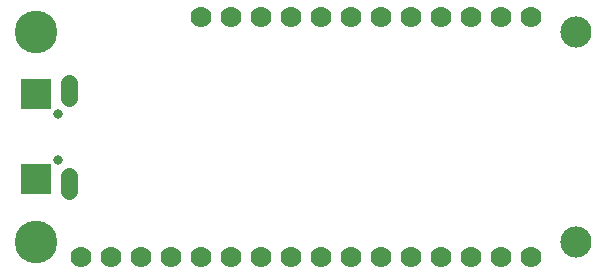
<source format=gbr>
G04 EAGLE Gerber RS-274X export*
G75*
%MOMM*%
%FSLAX34Y34*%
%LPD*%
%INSoldermask Bottom*%
%IPPOS*%
%AMOC8*
5,1,8,0,0,1.08239X$1,22.5*%
G01*
%ADD10C,2.641600*%
%ADD11C,3.617600*%
%ADD12C,0.801600*%
%ADD13R,2.601600X2.601600*%
%ADD14C,1.409600*%
%ADD15C,1.778000*%


D10*
X482600Y203200D03*
X482600Y25400D03*
D11*
X25400Y203200D03*
X25400Y25400D03*
D12*
X44450Y133800D03*
X44450Y94800D03*
D13*
X25450Y78300D03*
X25450Y150300D03*
D14*
X53450Y147300D02*
X53450Y160380D01*
X53450Y81300D02*
X53450Y68220D01*
D15*
X444500Y12700D03*
X419100Y12700D03*
X393700Y12700D03*
X368300Y12700D03*
X342900Y12700D03*
X317500Y12700D03*
X292100Y12700D03*
X266700Y12700D03*
X241300Y12700D03*
X215900Y12700D03*
X190500Y12700D03*
X165100Y12700D03*
X139700Y12700D03*
X114300Y12700D03*
X88900Y12700D03*
X63500Y12700D03*
X165100Y215900D03*
X190500Y215900D03*
X215900Y215900D03*
X241300Y215900D03*
X266700Y215900D03*
X292100Y215900D03*
X317500Y215900D03*
X342900Y215900D03*
X368300Y215900D03*
X393700Y215900D03*
X419100Y215900D03*
X444500Y215900D03*
M02*

</source>
